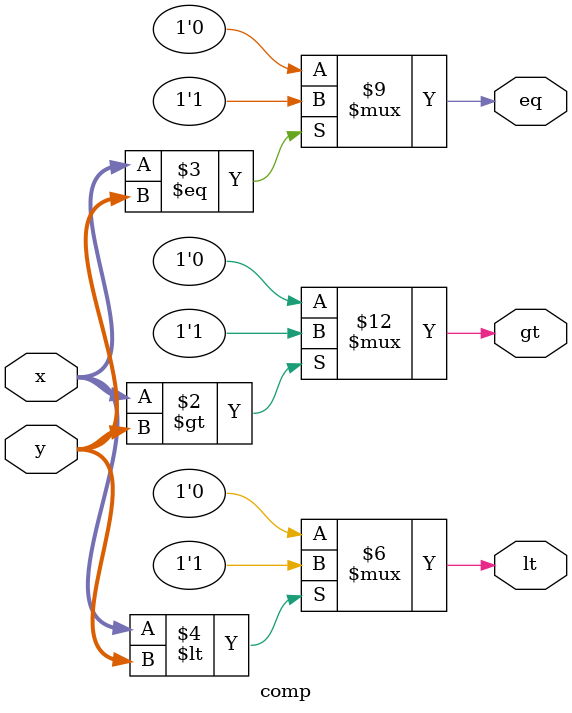
<source format=v>
module comp
	#(parameter N = 8)
	(input wire [N-1:0] x,
	input wire [N-1:0] y,
	output reg gt,
	output reg eq,
	output reg lt
);
	always @(*) begin
		gt = 0;
		eq = 0;
		lt = 0;
		if(x > y)
			gt = 1;
		if(x == y)
			eq = 1;
		if(x < y)
			lt = 1;
	end
endmodule
</source>
